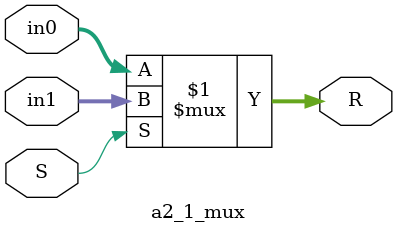
<source format=v>
module a2_1_mux(R, S, in0, in1);
    input [31:0] in0, in1;
    input S;
    output [31:0] R;
    assign R = S ? in1 : in0;
endmodule
</source>
